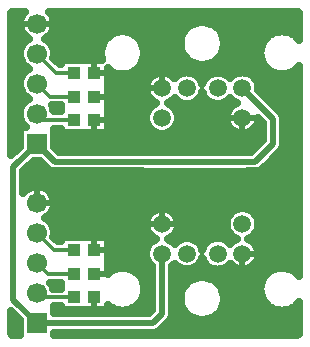
<source format=gbr>
G04 DipTrace 3.3.1.1*
G04 Top.gbr*
%MOMM*%
G04 #@! TF.FileFunction,Copper,L1,Top*
G04 #@! TF.Part,Single*
G04 #@! TA.AperFunction,CopperBalancing*
%ADD13C,0.5*%
G04 #@! TA.AperFunction,Conductor*
%ADD14C,0.3*%
G04 #@! TA.AperFunction,CopperBalancing*
%ADD15C,0.635*%
G04 #@! TA.AperFunction,ComponentPad*
%ADD16R,1.7X1.7*%
%ADD17C,1.7*%
%ADD18R,1.1X1.0*%
G04 #@! TA.AperFunction,ComponentPad*
%ADD19C,1.5*%
%FSLAX35Y35*%
G04*
G71*
G90*
G75*
G01*
G04 Top*
%LPD*%
X300000Y1702000D2*
D13*
X100000Y1502000D1*
Y382000D1*
X300000Y182000D1*
X1282000D1*
X1360000Y260000D1*
Y770000D1*
X300000Y1702000D2*
Y1700000D1*
X450000Y1550000D1*
X2150000D1*
X2300000Y1700000D1*
Y1910000D1*
X2040000Y2170000D1*
X615000Y1900000D2*
D14*
X356000D1*
X300000Y1956000D1*
X615000Y2100000D2*
X410000D1*
X300000Y2210000D1*
X615000Y2300000D2*
X464000D1*
X300000Y2464000D1*
X615000Y400000D2*
X336000D1*
X300000Y436000D1*
X615000Y600000D2*
X390000D1*
X300000Y690000D1*
X615000Y800000D2*
X444000D1*
X300000Y944000D1*
X88146Y2755083D2*
D15*
X154287D1*
X445711D2*
X2511865D1*
X88146Y2691917D2*
X151735D1*
X448263D2*
X1579534D1*
X1820463D2*
X2511865D1*
X88146Y2628750D2*
X180354D1*
X419643D2*
X929482D1*
X1120554D2*
X1529495D1*
X1870502D2*
X2279443D1*
X2470515D2*
X2511865D1*
X88146Y2565583D2*
X191201D1*
X408797D2*
X863675D1*
X1186362D2*
X1512268D1*
X1887729D2*
X2213636D1*
X88146Y2502417D2*
X154651D1*
X445346D2*
X839521D1*
X1210515D2*
X1517920D1*
X1882078D2*
X2189482D1*
X88146Y2439250D2*
X151552D1*
X448445D2*
X839156D1*
X1210789D2*
X1549091D1*
X1850906D2*
X2189209D1*
X88146Y2376083D2*
X179261D1*
X1187364D2*
X1639690D1*
X1760307D2*
X2212633D1*
X88146Y2312917D2*
X192568D1*
X905633D2*
X926657D1*
X1123471D2*
X2276526D1*
X2473432D2*
X2511865D1*
X88146Y2249750D2*
X155016D1*
X905633D2*
X1245667D1*
X1684383D2*
X1715615D1*
X2154330D2*
X2511865D1*
X88146Y2186583D2*
X151279D1*
X905633D2*
X1220420D1*
X2179578D2*
X2511865D1*
X88146Y2123417D2*
X178258D1*
X905633D2*
X1227711D1*
X2212117D2*
X2511865D1*
X88146Y2060250D2*
X193935D1*
X905633D2*
X1276292D1*
X1443666D2*
X1486292D1*
X1653666D2*
X1746331D1*
X1913705D2*
X1956331D1*
X2275281D2*
X2511865D1*
X88146Y1997083D2*
X155380D1*
X444617D2*
X494443D1*
X905633D2*
X1243753D1*
X1476297D2*
X1923701D1*
X2338445D2*
X2511865D1*
X88146Y1933917D2*
X151097D1*
X905633D2*
X1220146D1*
X1499903D2*
X1900094D1*
X2387117D2*
X2511865D1*
X88146Y1870750D2*
X177255D1*
X905633D2*
X1228805D1*
X1491245D2*
X1908753D1*
X2171284D2*
X2209443D1*
X2390580D2*
X2511865D1*
X88146Y1807583D2*
X149365D1*
X450633D2*
X494443D1*
X905633D2*
X1280302D1*
X1439747D2*
X1960250D1*
X2119695D2*
X2209443D1*
X2390580D2*
X2511865D1*
X88146Y1744417D2*
X149365D1*
X450633D2*
X2209443D1*
X2390580D2*
X2511865D1*
X88146Y1681250D2*
X149365D1*
X450633D2*
X2155758D1*
X2388484D2*
X2511865D1*
X2343549Y1618083D2*
X2511865D1*
X278458Y1554917D2*
X319625D1*
X2280385D2*
X2511865D1*
X215203Y1491750D2*
X382789D1*
X2217221D2*
X2511865D1*
X190593Y1428583D2*
X2511865D1*
X190593Y1365417D2*
X2511865D1*
X406062Y1302250D2*
X2511865D1*
X444617Y1239083D2*
X2511865D1*
X448901Y1175917D2*
X2511865D1*
X422742Y1112750D2*
X1256604D1*
X1463445D2*
X1936552D1*
X2143393D2*
X2511865D1*
X404604Y1049583D2*
X1222698D1*
X1497260D2*
X1902737D1*
X2177299D2*
X2511865D1*
X444252Y986417D2*
X1223701D1*
X1496349D2*
X1903649D1*
X2176297D2*
X2511865D1*
X449083Y923250D2*
X1260615D1*
X1459435D2*
X1940563D1*
X2139383D2*
X2511865D1*
X905633Y860083D2*
X1254143D1*
X1675906D2*
X1724091D1*
X2145854D2*
X2511865D1*
X905633Y796917D2*
X1222151D1*
X2177846D2*
X2511865D1*
X905633Y733750D2*
X1224430D1*
X2175659D2*
X2511865D1*
X905633Y670583D2*
X1263440D1*
X1666609D2*
X1733388D1*
X2136557D2*
X2511865D1*
X1150815Y607417D2*
X1269365D1*
X1450593D2*
X2249183D1*
X1197573Y544250D2*
X1269365D1*
X1450593D2*
X1596852D1*
X1803146D2*
X2202425D1*
X443341Y481083D2*
X494443D1*
X1213067D2*
X1269365D1*
X1450593D2*
X1535966D1*
X1864031D2*
X2186930D1*
X1205867Y417917D2*
X1269365D1*
X1450593D2*
X1513727D1*
X1886271D2*
X2194130D1*
X1172325Y354750D2*
X1269365D1*
X1450593D2*
X1515003D1*
X1884995D2*
X2227672D1*
X450633Y291583D2*
X494443D1*
X905633D2*
X982255D1*
X1067690D2*
X1266084D1*
X1450593D2*
X1540433D1*
X1859565D2*
X2332308D1*
X2417742D2*
X2511865D1*
X88146Y228417D2*
X128128D1*
X1444487D2*
X1609703D1*
X1790294D2*
X2511865D1*
X88146Y165250D2*
X149365D1*
X1390711D2*
X2511865D1*
X88510Y102083D2*
X149365D1*
X1315060D2*
X2511500D1*
X179083Y1846250D2*
X206317Y1846311D1*
X190311Y1862317D1*
X177007Y1880630D1*
X166730Y1900798D1*
X159736Y1922326D1*
X156195Y1944682D1*
Y1967318D1*
X159736Y1989674D1*
X166730Y2011202D1*
X177007Y2031370D1*
X190311Y2049683D1*
X206317Y2065689D1*
X224630Y2078993D1*
X231694Y2082950D1*
X215212Y2093299D1*
X198000Y2108000D1*
X183299Y2125212D1*
X171472Y2144512D1*
X162810Y2165424D1*
X157526Y2187434D1*
X155750Y2210000D1*
X157526Y2232566D1*
X162810Y2254576D1*
X171472Y2275488D1*
X183299Y2294788D1*
X198000Y2312000D1*
X215212Y2326701D1*
X231694Y2336950D1*
X215212Y2347299D1*
X198000Y2362000D1*
X183299Y2379212D1*
X171472Y2398512D1*
X162810Y2419424D1*
X157526Y2441434D1*
X155750Y2464000D1*
X157526Y2486566D1*
X162810Y2508576D1*
X171472Y2529488D1*
X183299Y2548788D1*
X198000Y2566000D1*
X215212Y2580701D1*
X231694Y2590950D1*
X215122Y2601365D1*
X200781Y2613293D1*
X188098Y2626972D1*
X177287Y2642173D1*
X168528Y2658643D1*
X161968Y2676104D1*
X157716Y2694267D1*
X155843Y2712826D1*
X156381Y2731472D1*
X159320Y2749893D1*
X164612Y2767780D1*
X172168Y2784835D1*
X181861Y2800772D1*
X193530Y2815325D1*
X196296Y2818254D1*
X100979Y2817673D1*
X94540Y2816565D1*
X88386Y2813012D1*
X84428Y2807853D1*
X82754Y2802244D1*
X81752Y2794630D1*
Y1602984D1*
X155727Y1676875D1*
X155750Y1846250D1*
X179083D1*
X444250Y1825742D2*
Y1674987D1*
X484929Y1634219D1*
X2115143Y1634250D1*
X2215781Y1734929D1*
X2215750Y1875091D1*
X2174236Y1916616D1*
X2172227Y1896784D1*
X2167734Y1878682D1*
X2160774Y1861377D1*
X2151484Y1845204D1*
X2140041Y1830475D1*
X2126668Y1817473D1*
X2111622Y1806451D1*
X2095193Y1797620D1*
X2077699Y1791152D1*
X2059477Y1787170D1*
X2040879Y1785753D1*
X2022265Y1786927D1*
X2003992Y1790669D1*
X1986415Y1796908D1*
X1969872Y1805522D1*
X1954683Y1816347D1*
X1941140Y1829172D1*
X1929506Y1843750D1*
X1920004Y1859800D1*
X1912819Y1877012D1*
X1908088Y1895054D1*
X1905904Y1913577D1*
X1906308Y1932224D1*
X1909292Y1950636D1*
X1914800Y1968456D1*
X1922724Y1985340D1*
X1932911Y2000964D1*
X1945166Y2015024D1*
X1959252Y2027251D1*
X1974895Y2037407D1*
X1991036Y2044990D1*
X1979052Y2050382D1*
X1961090Y2061389D1*
X1945071Y2075071D1*
X1935086Y2086401D1*
X1924929Y2075071D1*
X1908910Y2061389D1*
X1890948Y2050382D1*
X1871486Y2042321D1*
X1851001Y2037403D1*
X1830000Y2035750D1*
X1808999Y2037403D1*
X1788514Y2042321D1*
X1769052Y2050382D1*
X1751090Y2061389D1*
X1735071Y2075071D1*
X1721389Y2091090D1*
X1710382Y2109052D1*
X1702321Y2128514D1*
X1700029Y2136639D1*
X1694031Y2118625D1*
X1684467Y2099855D1*
X1672085Y2082812D1*
X1657188Y2067915D1*
X1640145Y2055533D1*
X1621375Y2045969D1*
X1601340Y2039459D1*
X1580533Y2036164D1*
X1559467D1*
X1538660Y2039459D1*
X1518625Y2045969D1*
X1499855Y2055533D1*
X1482812Y2067915D1*
X1467915Y2082812D1*
X1465086Y2086401D1*
X1453581Y2073741D1*
X1439336Y2061700D1*
X1423561Y2051750D1*
X1408953Y2045015D1*
X1420948Y2039618D1*
X1438910Y2028611D1*
X1454929Y2014929D1*
X1468611Y1998910D1*
X1479618Y1980948D1*
X1487679Y1961486D1*
X1492597Y1941001D1*
X1494250Y1920000D1*
X1492597Y1898999D1*
X1487679Y1878514D1*
X1479618Y1859052D1*
X1468611Y1841090D1*
X1454929Y1825071D1*
X1438910Y1811389D1*
X1420948Y1800382D1*
X1401486Y1792321D1*
X1381001Y1787403D1*
X1360000Y1785750D1*
X1338999Y1787403D1*
X1318514Y1792321D1*
X1299052Y1800382D1*
X1281090Y1811389D1*
X1265071Y1825071D1*
X1251389Y1841090D1*
X1240382Y1859052D1*
X1232321Y1878514D1*
X1227403Y1898999D1*
X1225750Y1920000D1*
X1227403Y1941001D1*
X1232321Y1961486D1*
X1240382Y1980948D1*
X1251389Y1998910D1*
X1265071Y2014929D1*
X1281090Y2028611D1*
X1299052Y2039618D1*
X1310725Y2045120D1*
X1293893Y2053154D1*
X1278337Y2063444D1*
X1264356Y2075791D1*
X1252222Y2089956D1*
X1242169Y2105666D1*
X1234390Y2122618D1*
X1229035Y2140484D1*
X1226208Y2158920D1*
X1225964Y2177571D1*
X1228306Y2196074D1*
X1233191Y2214075D1*
X1240524Y2231225D1*
X1250162Y2247193D1*
X1261921Y2261671D1*
X1275573Y2274380D1*
X1290854Y2285074D1*
X1307471Y2293546D1*
X1325101Y2299634D1*
X1343404Y2303220D1*
X1362028Y2304235D1*
X1380613Y2302658D1*
X1398800Y2298521D1*
X1416238Y2291903D1*
X1432591Y2282932D1*
X1447542Y2271781D1*
X1460804Y2258666D1*
X1464989Y2253636D1*
X1475071Y2264929D1*
X1491090Y2278611D1*
X1509052Y2289618D1*
X1528514Y2297679D1*
X1548999Y2302597D1*
X1570000Y2304250D1*
X1591001Y2302597D1*
X1611486Y2297679D1*
X1630948Y2289618D1*
X1648910Y2278611D1*
X1664929Y2264929D1*
X1678611Y2248910D1*
X1689618Y2230948D1*
X1697679Y2211486D1*
X1699971Y2203361D1*
X1705969Y2221375D1*
X1715533Y2240145D1*
X1727915Y2257188D1*
X1742812Y2272085D1*
X1759855Y2284467D1*
X1778625Y2294031D1*
X1798660Y2300541D1*
X1819467Y2303836D1*
X1840533D1*
X1861340Y2300541D1*
X1881375Y2294031D1*
X1900145Y2284467D1*
X1917188Y2272085D1*
X1932085Y2257188D1*
X1934914Y2253599D1*
X1945071Y2264929D1*
X1961090Y2278611D1*
X1979052Y2289618D1*
X1998514Y2297679D1*
X2018999Y2302597D1*
X2040000Y2304250D1*
X2061001Y2302597D1*
X2081486Y2297679D1*
X2100948Y2289618D1*
X2118910Y2278611D1*
X2134929Y2264929D1*
X2148611Y2248910D1*
X2159618Y2230948D1*
X2167679Y2211486D1*
X2172597Y2191001D1*
X2174250Y2170000D1*
X2173396Y2155746D1*
X2364064Y1964716D1*
X2371835Y1954021D1*
X2377837Y1942241D1*
X2381922Y1929668D1*
X2383990Y1916610D1*
X2384250Y1746667D1*
X2383990Y1693390D1*
X2381922Y1680332D1*
X2377837Y1667759D1*
X2371835Y1655979D1*
X2364064Y1645284D1*
X2244080Y1524932D1*
X2204716Y1485936D1*
X2194021Y1478165D1*
X2182241Y1472163D1*
X2169668Y1468078D1*
X2156610Y1466010D1*
X1986667Y1465750D1*
X443390Y1466010D1*
X430332Y1468078D1*
X417759Y1472163D1*
X405979Y1478165D1*
X395284Y1485936D1*
X323076Y1557776D1*
X274810Y1557750D1*
X184206Y1467058D1*
X184600Y1284550D1*
X196734Y1298718D1*
X210594Y1311202D1*
X225950Y1321793D1*
X242544Y1330313D1*
X260098Y1336622D1*
X278320Y1340612D1*
X296905Y1342217D1*
X315541Y1341410D1*
X333917Y1338206D1*
X351726Y1332657D1*
X368671Y1324856D1*
X384466Y1314934D1*
X398850Y1303056D1*
X411580Y1289422D1*
X422445Y1274259D1*
X431262Y1257820D1*
X437884Y1240381D1*
X442200Y1222234D1*
X444138Y1203681D1*
X443571Y1184022D1*
X440567Y1165612D1*
X435212Y1147743D1*
X427596Y1130715D1*
X417847Y1114812D1*
X406126Y1100300D1*
X392632Y1087422D1*
X377588Y1076393D1*
X368387Y1071008D1*
X384788Y1060701D1*
X402000Y1046000D1*
X416701Y1028788D1*
X428528Y1009488D1*
X437190Y988576D1*
X442474Y966566D1*
X444250Y944000D1*
X442474Y921434D1*
X439916Y909091D1*
X474764Y874242D1*
X500784Y874250D1*
X500751Y909249D1*
X899251D1*
X899250Y601679D1*
X917974Y617309D1*
X942336Y632237D1*
X968733Y643172D1*
X996516Y649842D1*
X1025000Y652083D1*
X1053484Y649842D1*
X1081267Y643172D1*
X1107664Y632237D1*
X1132026Y617309D1*
X1153752Y598752D1*
X1172309Y577026D1*
X1187237Y552664D1*
X1198172Y526267D1*
X1204842Y498484D1*
X1207083Y470000D1*
X1204842Y441516D1*
X1198172Y413733D1*
X1187237Y387336D1*
X1172309Y362974D1*
X1153752Y341248D1*
X1132026Y322691D1*
X1107664Y307763D1*
X1081267Y296828D1*
X1053484Y290158D1*
X1025000Y287917D1*
X996516Y290158D1*
X968733Y296828D1*
X942336Y307763D1*
X917974Y322691D1*
X899241Y338480D1*
X899250Y290750D1*
X500750D1*
Y325841D1*
X444284Y325750D1*
X444250Y266185D1*
X1247096Y266250D1*
X1275726Y294874D1*
X1275750Y665508D1*
X1265071Y675071D1*
X1251389Y691090D1*
X1240382Y709052D1*
X1232321Y728514D1*
X1227403Y748999D1*
X1225750Y770000D1*
X1227403Y791001D1*
X1232321Y811486D1*
X1240382Y830948D1*
X1251389Y848910D1*
X1265071Y864929D1*
X1281090Y878611D1*
X1299052Y889618D1*
X1310725Y895120D1*
X1293893Y903154D1*
X1278337Y913444D1*
X1264356Y925791D1*
X1252222Y939956D1*
X1242169Y955666D1*
X1234390Y972618D1*
X1229035Y990484D1*
X1226208Y1008920D1*
X1225964Y1027571D1*
X1228306Y1046074D1*
X1233191Y1064075D1*
X1240524Y1081225D1*
X1250162Y1097193D1*
X1261921Y1111671D1*
X1275573Y1124380D1*
X1290854Y1135074D1*
X1307471Y1143546D1*
X1325101Y1149634D1*
X1343404Y1153220D1*
X1362028Y1154235D1*
X1380613Y1152658D1*
X1398800Y1148521D1*
X1416238Y1141903D1*
X1432591Y1132932D1*
X1447542Y1121781D1*
X1460804Y1108666D1*
X1472120Y1093839D1*
X1481272Y1077587D1*
X1488083Y1060223D1*
X1492421Y1042083D1*
X1494204Y1023517D1*
X1493521Y1006025D1*
X1490295Y987655D1*
X1484555Y969908D1*
X1476410Y953129D1*
X1466019Y937640D1*
X1453581Y923741D1*
X1439336Y911700D1*
X1423561Y901750D1*
X1408953Y895015D1*
X1420948Y889618D1*
X1438910Y878611D1*
X1454929Y864929D1*
X1464914Y853599D1*
X1475071Y864929D1*
X1491090Y878611D1*
X1509052Y889618D1*
X1528514Y897679D1*
X1548999Y902597D1*
X1570000Y904250D1*
X1591001Y902597D1*
X1611486Y897679D1*
X1630948Y889618D1*
X1648910Y878611D1*
X1664929Y864929D1*
X1678611Y848910D1*
X1689618Y830948D1*
X1697679Y811486D1*
X1699971Y803361D1*
X1705969Y821375D1*
X1715533Y840145D1*
X1727915Y857188D1*
X1742812Y872085D1*
X1759855Y884467D1*
X1778625Y894031D1*
X1798660Y900541D1*
X1819467Y903836D1*
X1840533D1*
X1861340Y900541D1*
X1881375Y894031D1*
X1900145Y884467D1*
X1917188Y872085D1*
X1932085Y857188D1*
X1934914Y853599D1*
X1948526Y868263D1*
X1963028Y879992D1*
X1979015Y889599D1*
X1991036Y894990D1*
X1979052Y900382D1*
X1961090Y911389D1*
X1945071Y925071D1*
X1931389Y941090D1*
X1920382Y959052D1*
X1912321Y978514D1*
X1907403Y998999D1*
X1905750Y1020000D1*
X1907403Y1041001D1*
X1912321Y1061486D1*
X1920382Y1080948D1*
X1931389Y1098910D1*
X1945071Y1114929D1*
X1961090Y1128611D1*
X1979052Y1139618D1*
X1998514Y1147679D1*
X2018999Y1152597D1*
X2040000Y1154250D1*
X2061001Y1152597D1*
X2081486Y1147679D1*
X2100948Y1139618D1*
X2118910Y1128611D1*
X2134929Y1114929D1*
X2148611Y1098910D1*
X2159618Y1080948D1*
X2167679Y1061486D1*
X2172597Y1041001D1*
X2174250Y1020000D1*
X2172597Y998999D1*
X2167679Y978514D1*
X2159618Y959052D1*
X2148611Y941090D1*
X2134929Y925071D1*
X2118910Y911389D1*
X2100948Y900382D1*
X2088864Y895043D1*
X2104571Y887702D1*
X2120260Y877617D1*
X2134401Y865454D1*
X2146720Y851449D1*
X2156978Y835872D1*
X2164979Y819024D1*
X2170567Y801229D1*
X2173635Y782831D1*
X2174169Y765334D1*
X2172227Y746784D1*
X2167734Y728682D1*
X2160774Y711377D1*
X2151484Y695204D1*
X2140041Y680475D1*
X2126668Y667473D1*
X2111622Y656451D1*
X2095193Y647620D1*
X2077699Y641152D1*
X2059477Y637170D1*
X2040879Y635753D1*
X2022265Y636927D1*
X2003992Y640669D1*
X1986415Y646908D1*
X1969872Y655522D1*
X1954683Y666347D1*
X1941140Y679172D1*
X1934992Y686360D1*
X1924929Y675071D1*
X1908910Y661389D1*
X1890948Y650382D1*
X1871486Y642321D1*
X1851001Y637403D1*
X1830000Y635750D1*
X1808999Y637403D1*
X1788514Y642321D1*
X1769052Y650382D1*
X1751090Y661389D1*
X1735071Y675071D1*
X1721389Y691090D1*
X1710382Y709052D1*
X1702321Y728514D1*
X1700029Y736639D1*
X1694031Y718625D1*
X1684467Y699855D1*
X1672085Y682812D1*
X1657188Y667915D1*
X1640145Y655533D1*
X1621375Y645969D1*
X1601340Y639459D1*
X1580533Y636164D1*
X1559467D1*
X1538660Y639459D1*
X1518625Y645969D1*
X1499855Y655533D1*
X1482812Y667915D1*
X1467915Y682812D1*
X1465086Y686401D1*
X1454929Y675071D1*
X1444246Y665596D1*
X1443991Y253390D1*
X1441923Y240332D1*
X1437837Y227759D1*
X1431835Y215979D1*
X1424065Y205284D1*
X1341574Y122426D1*
X1331521Y113840D1*
X1320249Y106932D1*
X1308035Y101873D1*
X1295180Y98787D1*
X1281974Y97751D1*
X444279Y97750D1*
X444250Y81706D1*
X2495798Y81903D1*
X2505459Y83435D1*
X2511616Y86989D1*
X2515577Y92152D1*
X2517252Y97761D1*
X2518252Y105348D1*
X2518253Y357664D1*
X2503752Y341248D1*
X2482026Y322691D1*
X2457664Y307763D1*
X2431267Y296828D1*
X2403484Y290158D1*
X2375000Y287917D1*
X2346516Y290158D1*
X2318733Y296828D1*
X2292336Y307763D1*
X2267974Y322691D1*
X2246248Y341248D1*
X2227691Y362974D1*
X2212763Y387336D1*
X2201828Y413733D1*
X2195158Y441516D1*
X2192917Y470000D1*
X2195158Y498484D1*
X2201828Y526267D1*
X2212763Y552664D1*
X2227691Y577026D1*
X2246248Y598752D1*
X2267974Y617309D1*
X2292336Y632237D1*
X2318733Y643172D1*
X2346516Y649842D1*
X2375000Y652083D1*
X2403484Y649842D1*
X2431267Y643172D1*
X2457664Y632237D1*
X2482026Y617309D1*
X2503752Y598752D1*
X2518263Y582157D1*
X2518250Y2357586D1*
X2503752Y2341248D1*
X2482026Y2322691D1*
X2457664Y2307763D1*
X2431267Y2296828D1*
X2403484Y2290158D1*
X2375000Y2287917D1*
X2346516Y2290158D1*
X2318733Y2296828D1*
X2292336Y2307763D1*
X2267974Y2322691D1*
X2246248Y2341248D1*
X2227691Y2362974D1*
X2212763Y2387336D1*
X2201828Y2413733D1*
X2195158Y2441516D1*
X2192917Y2470000D1*
X2195158Y2498484D1*
X2201828Y2526267D1*
X2212763Y2552664D1*
X2227691Y2577026D1*
X2246248Y2598752D1*
X2267974Y2617309D1*
X2292336Y2632237D1*
X2318733Y2643172D1*
X2346516Y2649842D1*
X2375000Y2652083D1*
X2403484Y2649842D1*
X2431267Y2643172D1*
X2457664Y2632237D1*
X2482026Y2617309D1*
X2503752Y2598752D1*
X2518263Y2582157D1*
X2518097Y2795800D1*
X2516566Y2805460D1*
X2513013Y2811614D1*
X2507854Y2815572D1*
X2502245Y2817246D1*
X2494633Y2818248D1*
X403744Y2818249D1*
X414479Y2805765D1*
X424847Y2790258D1*
X433128Y2773543D1*
X439182Y2755899D1*
X442909Y2737622D1*
X444250Y2718000D1*
X443044Y2699385D1*
X439446Y2681082D1*
X433516Y2663396D1*
X425353Y2646623D1*
X415094Y2631044D1*
X402911Y2616919D1*
X389006Y2604484D1*
X373614Y2593947D1*
X368387Y2591008D1*
X384788Y2580701D1*
X402000Y2566000D1*
X416701Y2548788D1*
X428528Y2529488D1*
X437190Y2508576D1*
X442474Y2486566D1*
X444250Y2464000D1*
X442474Y2441434D1*
X439916Y2429091D1*
X494744Y2374262D1*
X500750Y2377416D1*
Y2409250D1*
X853352D1*
X847948Y2427493D1*
X843478Y2455714D1*
Y2484286D1*
X847948Y2512507D1*
X856777Y2539680D1*
X869748Y2565138D1*
X886543Y2588254D1*
X906746Y2608457D1*
X929862Y2625252D1*
X955320Y2638223D1*
X982493Y2647052D1*
X1010714Y2651522D1*
X1039286D1*
X1067507Y2647052D1*
X1094680Y2638223D1*
X1120138Y2625252D1*
X1143254Y2608457D1*
X1163457Y2588254D1*
X1180252Y2565138D1*
X1193223Y2539680D1*
X1202052Y2512507D1*
X1206522Y2484286D1*
Y2455714D1*
X1202052Y2427493D1*
X1193223Y2400320D1*
X1180252Y2374862D1*
X1163457Y2351746D1*
X1143254Y2331543D1*
X1120138Y2314748D1*
X1094680Y2301777D1*
X1067507Y2292948D1*
X1039286Y2288478D1*
X1010714D1*
X982493Y2292948D1*
X955320Y2301777D1*
X929862Y2314748D1*
X906746Y2331543D1*
X899241Y2338480D1*
X899250Y1790750D1*
X500750D1*
Y1825841D1*
X444284Y1825750D1*
X426128Y2025773D2*
X433270Y2011202D1*
X440264Y1989674D1*
X442989Y1974216D1*
X500831Y1974250D1*
X500750Y2025841D1*
X426257Y2025750D1*
X155750Y81773D2*
Y207190D1*
X81815Y281037D1*
X81903Y104202D1*
X83435Y94540D1*
X86990Y88384D1*
X92151Y84423D1*
X97756Y82750D1*
X105342Y81752D1*
X155684Y81750D1*
X412784Y525757D2*
X422993Y511370D1*
X433270Y491202D1*
X438979Y474231D1*
X500701Y474250D1*
X500750Y525841D1*
X412930Y525750D1*
X1881522Y2535714D2*
X1877052Y2507493D1*
X1868223Y2480320D1*
X1855252Y2454862D1*
X1838457Y2431746D1*
X1818254Y2411543D1*
X1795138Y2394748D1*
X1769680Y2381777D1*
X1742507Y2372948D1*
X1714286Y2368478D1*
X1685714D1*
X1657493Y2372948D1*
X1630320Y2381777D1*
X1604862Y2394748D1*
X1581746Y2411543D1*
X1561543Y2431746D1*
X1544748Y2454862D1*
X1531777Y2480320D1*
X1522948Y2507493D1*
X1518478Y2535714D1*
Y2564286D1*
X1522948Y2592507D1*
X1531777Y2619680D1*
X1544748Y2645138D1*
X1561543Y2668254D1*
X1581746Y2688457D1*
X1604862Y2705252D1*
X1630320Y2718223D1*
X1657493Y2727052D1*
X1685714Y2731522D1*
X1714286D1*
X1742507Y2727052D1*
X1769680Y2718223D1*
X1795138Y2705252D1*
X1818254Y2688457D1*
X1838457Y2668254D1*
X1855252Y2645138D1*
X1868223Y2619680D1*
X1877052Y2592507D1*
X1881522Y2564286D1*
Y2535714D1*
Y375714D2*
X1877052Y347493D1*
X1868223Y320320D1*
X1855252Y294862D1*
X1838457Y271746D1*
X1818254Y251543D1*
X1795138Y234748D1*
X1769680Y221777D1*
X1742507Y212948D1*
X1714286Y208478D1*
X1685714D1*
X1657493Y212948D1*
X1630320Y221777D1*
X1604862Y234748D1*
X1581746Y251543D1*
X1561543Y271746D1*
X1544748Y294862D1*
X1531777Y320320D1*
X1522948Y347493D1*
X1518478Y375714D1*
Y404286D1*
X1522948Y432507D1*
X1531777Y459680D1*
X1544748Y485138D1*
X1561543Y508254D1*
X1581746Y528457D1*
X1604862Y545252D1*
X1630320Y558223D1*
X1657493Y567052D1*
X1685714Y571522D1*
X1714286D1*
X1742507Y567052D1*
X1769680Y558223D1*
X1795138Y545252D1*
X1818254Y528457D1*
X1838457Y508254D1*
X1855252Y485138D1*
X1868223Y459680D1*
X1877052Y432507D1*
X1881522Y404286D1*
Y375714D1*
X155841Y2718000D2*
D13*
X444159D1*
X300000Y1342159D2*
Y1198000D1*
X444159D1*
X785000Y1900000D2*
Y1790841D1*
Y1900000D2*
X899159D1*
X785000Y2100000D2*
X899159D1*
X785000Y2409159D2*
Y2300000D1*
X899159D1*
X785000Y400000D2*
Y290841D1*
Y600000D2*
X899159D1*
X785000Y909158D2*
Y800000D1*
X899159D1*
X1360000Y2304159D2*
Y2170000D1*
X1225841D2*
X1360000D1*
X2040000Y1920000D2*
Y1785841D1*
X1905841Y1920000D2*
X2174159D1*
X2040000Y770000D2*
Y635841D1*
Y770000D2*
X2174159D1*
X1360000Y1154159D2*
Y1020000D1*
X1225841D2*
X1494159D1*
D16*
X300000Y1702000D3*
D17*
Y1956000D3*
Y2210000D3*
Y2464000D3*
Y2718000D3*
D16*
Y182000D3*
D17*
Y436000D3*
Y690000D3*
Y944000D3*
Y1198000D3*
D18*
X615000Y1900000D3*
X785000D3*
X615000Y2100000D3*
X785000D3*
X615000Y2300000D3*
X785000D3*
X615000Y400000D3*
X785000D3*
X615000Y600000D3*
X785000D3*
X615000Y800000D3*
X785000D3*
D19*
X1570000Y2170000D3*
X1830000D3*
X1360000D3*
X2040000D3*
Y1920000D3*
X1360000D3*
X1830000Y770000D3*
X1570000D3*
X2040000D3*
X1360000D3*
Y1020000D3*
X2040000D3*
M02*

</source>
